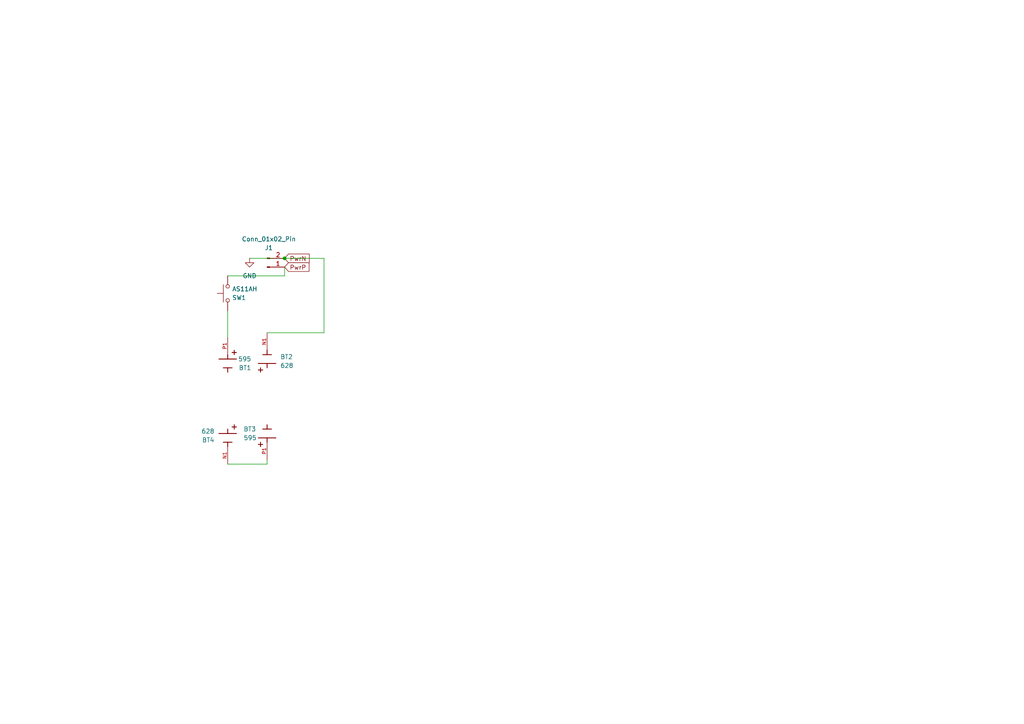
<source format=kicad_sch>
(kicad_sch
	(version 20231120)
	(generator "eeschema")
	(generator_version "8.0")
	(uuid "2200e195-bccb-4ae0-98b4-9bad8968c55c")
	(paper "A4")
	(lib_symbols
		(symbol "BatteryTerminals:595"
			(pin_names
				(offset 1.016)
			)
			(exclude_from_sim no)
			(in_bom yes)
			(on_board yes)
			(property "Reference" "BT"
				(at -3.81 3.81 0)
				(effects
					(font
						(size 1.27 1.27)
					)
					(justify left bottom)
				)
			)
			(property "Value" "595"
				(at -3.81 -5.08 0)
				(effects
					(font
						(size 1.27 1.27)
					)
					(justify left bottom)
				)
			)
			(property "Footprint" "BatteryTerminals:BAT_595"
				(at 0 0 0)
				(effects
					(font
						(size 1.27 1.27)
					)
					(justify bottom)
					(hide yes)
				)
			)
			(property "Datasheet" ""
				(at 0 0 0)
				(effects
					(font
						(size 1.27 1.27)
					)
					(hide yes)
				)
			)
			(property "Description" ""
				(at 0 0 0)
				(effects
					(font
						(size 1.27 1.27)
					)
					(hide yes)
				)
			)
			(property "PARTREV" "E"
				(at 0 0 0)
				(effects
					(font
						(size 1.27 1.27)
					)
					(justify bottom)
					(hide yes)
				)
			)
			(property "SNAPEDA_PN" "595"
				(at 0 0 0)
				(effects
					(font
						(size 1.27 1.27)
					)
					(justify bottom)
					(hide yes)
				)
			)
			(property "MANUFACTURER" "Keystone Electronics"
				(at 0 0 0)
				(effects
					(font
						(size 1.27 1.27)
					)
					(justify bottom)
					(hide yes)
				)
			)
			(property "MAXIMUM_PACKAGE_HEIGHT" "14.22mm"
				(at 0 0 0)
				(effects
					(font
						(size 1.27 1.27)
					)
					(justify bottom)
					(hide yes)
				)
			)
			(property "STANDARD" "Manufacturer Recommendations"
				(at 0 0 0)
				(effects
					(font
						(size 1.27 1.27)
					)
					(justify bottom)
					(hide yes)
				)
			)
			(symbol "595_0_0"
				(polyline
					(pts
						(xy -3.81 1.905) (xy -2.54 1.905)
					)
					(stroke
						(width 0.254)
						(type default)
					)
					(fill
						(type none)
					)
				)
				(polyline
					(pts
						(xy -3.175 2.54) (xy -3.175 1.27)
					)
					(stroke
						(width 0.254)
						(type default)
					)
					(fill
						(type none)
					)
				)
				(polyline
					(pts
						(xy -1.27 0) (xy -2.54 0)
					)
					(stroke
						(width 0.254)
						(type default)
					)
					(fill
						(type none)
					)
				)
				(polyline
					(pts
						(xy -1.27 0) (xy -1.27 -2.54)
					)
					(stroke
						(width 0.254)
						(type default)
					)
					(fill
						(type none)
					)
				)
				(polyline
					(pts
						(xy -1.27 2.54) (xy -1.27 0)
					)
					(stroke
						(width 0.254)
						(type default)
					)
					(fill
						(type none)
					)
				)
				(polyline
					(pts
						(xy 1.27 0) (xy 1.27 -1.27)
					)
					(stroke
						(width 0.254)
						(type default)
					)
					(fill
						(type none)
					)
				)
				(polyline
					(pts
						(xy 1.27 0) (xy 2.54 0)
					)
					(stroke
						(width 0.254)
						(type default)
					)
					(fill
						(type none)
					)
				)
				(polyline
					(pts
						(xy 1.27 1.27) (xy 1.27 0)
					)
					(stroke
						(width 0.254)
						(type default)
					)
					(fill
						(type none)
					)
				)
				(pin passive line
					(at -7.62 0 0)
					(length 5.08)
					(name "~"
						(effects
							(font
								(size 1.016 1.016)
							)
						)
					)
					(number "P1"
						(effects
							(font
								(size 1.016 1.016)
							)
						)
					)
				)
			)
		)
		(symbol "BatteryTerminals:628"
			(pin_names
				(offset 1.016)
			)
			(exclude_from_sim no)
			(in_bom yes)
			(on_board yes)
			(property "Reference" "BT"
				(at -3.81 3.81 0)
				(effects
					(font
						(size 1.27 1.27)
					)
					(justify left bottom)
				)
			)
			(property "Value" "628"
				(at -3.81 -5.08 0)
				(effects
					(font
						(size 1.27 1.27)
					)
					(justify left bottom)
				)
			)
			(property "Footprint" "BatteryTerminals:BAT_628"
				(at 0 0 0)
				(effects
					(font
						(size 1.27 1.27)
					)
					(justify bottom)
					(hide yes)
				)
			)
			(property "Datasheet" ""
				(at 0 0 0)
				(effects
					(font
						(size 1.27 1.27)
					)
					(hide yes)
				)
			)
			(property "Description" ""
				(at 0 0 0)
				(effects
					(font
						(size 1.27 1.27)
					)
					(hide yes)
				)
			)
			(property "PARTREV" "A"
				(at 0 0 0)
				(effects
					(font
						(size 1.27 1.27)
					)
					(justify bottom)
					(hide yes)
				)
			)
			(property "SNAPEDA_PN" "628"
				(at 0 0 0)
				(effects
					(font
						(size 1.27 1.27)
					)
					(justify bottom)
					(hide yes)
				)
			)
			(property "MANUFACTURER" "Keystone"
				(at 0 0 0)
				(effects
					(font
						(size 1.27 1.27)
					)
					(justify bottom)
					(hide yes)
				)
			)
			(property "MAXIMUM_PACKAGE_HEIGHT" "14.1mm"
				(at 0 0 0)
				(effects
					(font
						(size 1.27 1.27)
					)
					(justify bottom)
					(hide yes)
				)
			)
			(property "STANDARD" "Manufacturer Recommendations"
				(at 0 0 0)
				(effects
					(font
						(size 1.27 1.27)
					)
					(justify bottom)
					(hide yes)
				)
			)
			(symbol "628_0_0"
				(polyline
					(pts
						(xy -3.81 1.905) (xy -2.54 1.905)
					)
					(stroke
						(width 0.254)
						(type default)
					)
					(fill
						(type none)
					)
				)
				(polyline
					(pts
						(xy -3.175 2.54) (xy -3.175 1.27)
					)
					(stroke
						(width 0.254)
						(type default)
					)
					(fill
						(type none)
					)
				)
				(polyline
					(pts
						(xy -1.27 0) (xy -2.54 0)
					)
					(stroke
						(width 0.254)
						(type default)
					)
					(fill
						(type none)
					)
				)
				(polyline
					(pts
						(xy -1.27 0) (xy -1.27 -2.54)
					)
					(stroke
						(width 0.254)
						(type default)
					)
					(fill
						(type none)
					)
				)
				(polyline
					(pts
						(xy -1.27 2.54) (xy -1.27 0)
					)
					(stroke
						(width 0.254)
						(type default)
					)
					(fill
						(type none)
					)
				)
				(polyline
					(pts
						(xy 1.27 0) (xy 1.27 -1.27)
					)
					(stroke
						(width 0.254)
						(type default)
					)
					(fill
						(type none)
					)
				)
				(polyline
					(pts
						(xy 1.27 0) (xy 2.54 0)
					)
					(stroke
						(width 0.254)
						(type default)
					)
					(fill
						(type none)
					)
				)
				(polyline
					(pts
						(xy 1.27 1.27) (xy 1.27 0)
					)
					(stroke
						(width 0.254)
						(type default)
					)
					(fill
						(type none)
					)
				)
				(pin passive line
					(at 7.62 0 180)
					(length 5.08)
					(name "~"
						(effects
							(font
								(size 1.016 1.016)
							)
						)
					)
					(number "N1"
						(effects
							(font
								(size 1.016 1.016)
							)
						)
					)
				)
			)
		)
		(symbol "Connector:Conn_01x02_Pin"
			(pin_names
				(offset 1.016) hide)
			(exclude_from_sim no)
			(in_bom yes)
			(on_board yes)
			(property "Reference" "J"
				(at 0 2.54 0)
				(effects
					(font
						(size 1.27 1.27)
					)
				)
			)
			(property "Value" "Conn_01x02_Pin"
				(at 0 -5.08 0)
				(effects
					(font
						(size 1.27 1.27)
					)
				)
			)
			(property "Footprint" ""
				(at 0 0 0)
				(effects
					(font
						(size 1.27 1.27)
					)
					(hide yes)
				)
			)
			(property "Datasheet" "~"
				(at 0 0 0)
				(effects
					(font
						(size 1.27 1.27)
					)
					(hide yes)
				)
			)
			(property "Description" "Generic connector, single row, 01x02, script generated"
				(at 0 0 0)
				(effects
					(font
						(size 1.27 1.27)
					)
					(hide yes)
				)
			)
			(property "ki_locked" ""
				(at 0 0 0)
				(effects
					(font
						(size 1.27 1.27)
					)
				)
			)
			(property "ki_keywords" "connector"
				(at 0 0 0)
				(effects
					(font
						(size 1.27 1.27)
					)
					(hide yes)
				)
			)
			(property "ki_fp_filters" "Connector*:*_1x??_*"
				(at 0 0 0)
				(effects
					(font
						(size 1.27 1.27)
					)
					(hide yes)
				)
			)
			(symbol "Conn_01x02_Pin_1_1"
				(polyline
					(pts
						(xy 1.27 -2.54) (xy 0.8636 -2.54)
					)
					(stroke
						(width 0.1524)
						(type default)
					)
					(fill
						(type none)
					)
				)
				(polyline
					(pts
						(xy 1.27 0) (xy 0.8636 0)
					)
					(stroke
						(width 0.1524)
						(type default)
					)
					(fill
						(type none)
					)
				)
				(rectangle
					(start 0.8636 -2.413)
					(end 0 -2.667)
					(stroke
						(width 0.1524)
						(type default)
					)
					(fill
						(type outline)
					)
				)
				(rectangle
					(start 0.8636 0.127)
					(end 0 -0.127)
					(stroke
						(width 0.1524)
						(type default)
					)
					(fill
						(type outline)
					)
				)
				(pin passive line
					(at 5.08 0 180)
					(length 3.81)
					(name "Pin_1"
						(effects
							(font
								(size 1.27 1.27)
							)
						)
					)
					(number "1"
						(effects
							(font
								(size 1.27 1.27)
							)
						)
					)
				)
				(pin passive line
					(at 5.08 -2.54 180)
					(length 3.81)
					(name "Pin_2"
						(effects
							(font
								(size 1.27 1.27)
							)
						)
					)
					(number "2"
						(effects
							(font
								(size 1.27 1.27)
							)
						)
					)
				)
			)
		)
		(symbol "Switch:SW_Push"
			(pin_numbers hide)
			(pin_names
				(offset 1.016) hide)
			(exclude_from_sim no)
			(in_bom yes)
			(on_board yes)
			(property "Reference" "SW"
				(at 1.27 2.54 0)
				(effects
					(font
						(size 1.27 1.27)
					)
					(justify left)
				)
			)
			(property "Value" "SW_Push"
				(at 0 -1.524 0)
				(effects
					(font
						(size 1.27 1.27)
					)
				)
			)
			(property "Footprint" ""
				(at 0 5.08 0)
				(effects
					(font
						(size 1.27 1.27)
					)
					(hide yes)
				)
			)
			(property "Datasheet" "~"
				(at 0 5.08 0)
				(effects
					(font
						(size 1.27 1.27)
					)
					(hide yes)
				)
			)
			(property "Description" "Push button switch, generic, two pins"
				(at 0 0 0)
				(effects
					(font
						(size 1.27 1.27)
					)
					(hide yes)
				)
			)
			(property "ki_keywords" "switch normally-open pushbutton push-button"
				(at 0 0 0)
				(effects
					(font
						(size 1.27 1.27)
					)
					(hide yes)
				)
			)
			(symbol "SW_Push_0_1"
				(circle
					(center -2.032 0)
					(radius 0.508)
					(stroke
						(width 0)
						(type default)
					)
					(fill
						(type none)
					)
				)
				(polyline
					(pts
						(xy 0 1.27) (xy 0 3.048)
					)
					(stroke
						(width 0)
						(type default)
					)
					(fill
						(type none)
					)
				)
				(polyline
					(pts
						(xy 2.54 1.27) (xy -2.54 1.27)
					)
					(stroke
						(width 0)
						(type default)
					)
					(fill
						(type none)
					)
				)
				(circle
					(center 2.032 0)
					(radius 0.508)
					(stroke
						(width 0)
						(type default)
					)
					(fill
						(type none)
					)
				)
				(pin passive line
					(at -5.08 0 0)
					(length 2.54)
					(name "1"
						(effects
							(font
								(size 1.27 1.27)
							)
						)
					)
					(number "1"
						(effects
							(font
								(size 1.27 1.27)
							)
						)
					)
				)
				(pin passive line
					(at 5.08 0 180)
					(length 2.54)
					(name "2"
						(effects
							(font
								(size 1.27 1.27)
							)
						)
					)
					(number "2"
						(effects
							(font
								(size 1.27 1.27)
							)
						)
					)
				)
			)
		)
		(symbol "power:GND"
			(power)
			(pin_numbers hide)
			(pin_names
				(offset 0) hide)
			(exclude_from_sim no)
			(in_bom yes)
			(on_board yes)
			(property "Reference" "#PWR"
				(at 0 -6.35 0)
				(effects
					(font
						(size 1.27 1.27)
					)
					(hide yes)
				)
			)
			(property "Value" "GND"
				(at 0 -3.81 0)
				(effects
					(font
						(size 1.27 1.27)
					)
				)
			)
			(property "Footprint" ""
				(at 0 0 0)
				(effects
					(font
						(size 1.27 1.27)
					)
					(hide yes)
				)
			)
			(property "Datasheet" ""
				(at 0 0 0)
				(effects
					(font
						(size 1.27 1.27)
					)
					(hide yes)
				)
			)
			(property "Description" "Power symbol creates a global label with name \"GND\" , ground"
				(at 0 0 0)
				(effects
					(font
						(size 1.27 1.27)
					)
					(hide yes)
				)
			)
			(property "ki_keywords" "global power"
				(at 0 0 0)
				(effects
					(font
						(size 1.27 1.27)
					)
					(hide yes)
				)
			)
			(symbol "GND_0_1"
				(polyline
					(pts
						(xy 0 0) (xy 0 -1.27) (xy 1.27 -1.27) (xy 0 -2.54) (xy -1.27 -1.27) (xy 0 -1.27)
					)
					(stroke
						(width 0)
						(type default)
					)
					(fill
						(type none)
					)
				)
			)
			(symbol "GND_1_1"
				(pin power_in line
					(at 0 0 270)
					(length 0)
					(name "~"
						(effects
							(font
								(size 1.27 1.27)
							)
						)
					)
					(number "1"
						(effects
							(font
								(size 1.27 1.27)
							)
						)
					)
				)
			)
		)
	)
	(junction
		(at 82.55 74.93)
		(diameter 0)
		(color 0 0 0 0)
		(uuid "5012164b-0a9d-4db6-911d-232448a41332")
	)
	(wire
		(pts
			(xy 66.04 80.01) (xy 82.55 80.01)
		)
		(stroke
			(width 0)
			(type default)
		)
		(uuid "0c2fd09e-1342-47c9-8fc9-53e8734e69b1")
	)
	(wire
		(pts
			(xy 66.04 90.17) (xy 66.04 97.79)
		)
		(stroke
			(width 0)
			(type default)
		)
		(uuid "1950126a-8bc2-43aa-bf49-c615e1e4485b")
	)
	(wire
		(pts
			(xy 82.55 74.93) (xy 93.98 74.93)
		)
		(stroke
			(width 0)
			(type default)
		)
		(uuid "75fd3e3b-cc91-4436-92a7-37b646606660")
	)
	(wire
		(pts
			(xy 93.98 74.93) (xy 93.98 96.52)
		)
		(stroke
			(width 0)
			(type default)
		)
		(uuid "796cbc14-ce8c-4425-92ee-eeb8229415d4")
	)
	(wire
		(pts
			(xy 93.98 96.52) (xy 77.47 96.52)
		)
		(stroke
			(width 0)
			(type default)
		)
		(uuid "987d603e-6e18-4059-b358-0eb1f6a4ddae")
	)
	(wire
		(pts
			(xy 77.47 134.62) (xy 77.47 133.35)
		)
		(stroke
			(width 0)
			(type default)
		)
		(uuid "aa89fb9f-c56b-4bfa-8944-b1a9cf5a4790")
	)
	(wire
		(pts
			(xy 66.04 134.62) (xy 77.47 134.62)
		)
		(stroke
			(width 0)
			(type default)
		)
		(uuid "d3cb8857-92f0-4e46-8809-367ad6f495c7")
	)
	(wire
		(pts
			(xy 72.39 74.93) (xy 82.55 74.93)
		)
		(stroke
			(width 0)
			(type default)
		)
		(uuid "dc7f3c31-28bd-48dc-b2ef-e46cb930788e")
	)
	(wire
		(pts
			(xy 82.55 80.01) (xy 82.55 77.47)
		)
		(stroke
			(width 0)
			(type default)
		)
		(uuid "e6e76e8a-f349-4db5-9c99-e2ca5db4e3ef")
	)
	(global_label "PwrP"
		(shape input)
		(at 82.55 77.47 0)
		(fields_autoplaced yes)
		(effects
			(font
				(size 1.27 1.27)
			)
			(justify left)
		)
		(uuid "896631bf-6d14-413b-beea-b5fb20e11bd2")
		(property "Intersheetrefs" "${INTERSHEET_REFS}"
			(at 90.1919 77.47 0)
			(effects
				(font
					(size 1.27 1.27)
				)
				(justify left)
				(hide yes)
			)
		)
	)
	(global_label "PwrN"
		(shape input)
		(at 82.55 74.93 0)
		(fields_autoplaced yes)
		(effects
			(font
				(size 1.27 1.27)
			)
			(justify left)
		)
		(uuid "c368f44c-1411-46ac-ba14-3935d03145c4")
		(property "Intersheetrefs" "${INTERSHEET_REFS}"
			(at 90.2524 74.93 0)
			(effects
				(font
					(size 1.27 1.27)
				)
				(justify left)
				(hide yes)
			)
		)
	)
	(symbol
		(lib_id "BatteryTerminals:595")
		(at 66.04 105.41 270)
		(unit 1)
		(exclude_from_sim no)
		(in_bom yes)
		(on_board yes)
		(dnp no)
		(uuid "0b9f3327-31c4-472d-b5c1-235e13dec5ec")
		(property "Reference" "BT1"
			(at 72.898 106.68 90)
			(effects
				(font
					(size 1.27 1.27)
				)
				(justify right)
			)
		)
		(property "Value" "595"
			(at 72.898 104.14 90)
			(effects
				(font
					(size 1.27 1.27)
				)
				(justify right)
			)
		)
		(property "Footprint" "BatteryTerminals:BAT_595"
			(at 66.04 105.41 0)
			(effects
				(font
					(size 1.27 1.27)
				)
				(justify bottom)
				(hide yes)
			)
		)
		(property "Datasheet" ""
			(at 66.04 105.41 0)
			(effects
				(font
					(size 1.27 1.27)
				)
				(hide yes)
			)
		)
		(property "Description" ""
			(at 66.04 105.41 0)
			(effects
				(font
					(size 1.27 1.27)
				)
				(hide yes)
			)
		)
		(property "PARTREV" "E"
			(at 66.04 105.41 0)
			(effects
				(font
					(size 1.27 1.27)
				)
				(justify bottom)
				(hide yes)
			)
		)
		(property "SNAPEDA_PN" "595"
			(at 66.04 105.41 0)
			(effects
				(font
					(size 1.27 1.27)
				)
				(justify bottom)
				(hide yes)
			)
		)
		(property "MANUFACTURER" "Keystone Electronics"
			(at 66.04 105.41 0)
			(effects
				(font
					(size 1.27 1.27)
				)
				(justify bottom)
				(hide yes)
			)
		)
		(property "MAXIMUM_PACKAGE_HEIGHT" "14.22mm"
			(at 66.04 105.41 0)
			(effects
				(font
					(size 1.27 1.27)
				)
				(justify bottom)
				(hide yes)
			)
		)
		(property "STANDARD" "Manufacturer Recommendations"
			(at 66.04 105.41 0)
			(effects
				(font
					(size 1.27 1.27)
				)
				(justify bottom)
				(hide yes)
			)
		)
		(pin "P1"
			(uuid "178ec5d8-852d-4592-9170-7d944bda3ca9")
		)
		(instances
			(project ""
				(path "/2200e195-bccb-4ae0-98b4-9bad8968c55c"
					(reference "BT1")
					(unit 1)
				)
			)
		)
	)
	(symbol
		(lib_id "Switch:SW_Push")
		(at 66.04 85.09 90)
		(mirror x)
		(unit 1)
		(exclude_from_sim no)
		(in_bom yes)
		(on_board yes)
		(dnp no)
		(uuid "0fbb9151-8a94-4b47-8c05-f3e2b3ac4cf8")
		(property "Reference" "SW1"
			(at 67.31 86.3601 90)
			(effects
				(font
					(size 1.27 1.27)
				)
				(justify right)
			)
		)
		(property "Value" "AS11AH"
			(at 67.31 83.8201 90)
			(effects
				(font
					(size 1.27 1.27)
				)
				(justify right)
			)
		)
		(property "Footprint" "BatteryTerminals:AS11AH"
			(at 60.96 85.09 0)
			(effects
				(font
					(size 1.27 1.27)
				)
				(hide yes)
			)
		)
		(property "Datasheet" "~"
			(at 60.96 85.09 0)
			(effects
				(font
					(size 1.27 1.27)
				)
				(hide yes)
			)
		)
		(property "Description" "Push button switch, generic, two pins"
			(at 66.04 85.09 0)
			(effects
				(font
					(size 1.27 1.27)
				)
				(hide yes)
			)
		)
		(pin "2"
			(uuid "b6986a3e-45b8-4d72-83cc-de409f0f1d6b")
		)
		(pin "1"
			(uuid "50e5a25e-4b4e-4b68-b1a3-1c168a184a33")
		)
		(instances
			(project ""
				(path "/2200e195-bccb-4ae0-98b4-9bad8968c55c"
					(reference "SW1")
					(unit 1)
				)
			)
		)
	)
	(symbol
		(lib_id "power:GND")
		(at 72.39 74.93 0)
		(unit 1)
		(exclude_from_sim no)
		(in_bom yes)
		(on_board yes)
		(dnp no)
		(fields_autoplaced yes)
		(uuid "1146a142-7c45-4f79-8cb3-32ed05795fe3")
		(property "Reference" "#PWR01"
			(at 72.39 81.28 0)
			(effects
				(font
					(size 1.27 1.27)
				)
				(hide yes)
			)
		)
		(property "Value" "GND"
			(at 72.39 80.01 0)
			(effects
				(font
					(size 1.27 1.27)
				)
			)
		)
		(property "Footprint" ""
			(at 72.39 74.93 0)
			(effects
				(font
					(size 1.27 1.27)
				)
				(hide yes)
			)
		)
		(property "Datasheet" ""
			(at 72.39 74.93 0)
			(effects
				(font
					(size 1.27 1.27)
				)
				(hide yes)
			)
		)
		(property "Description" "Power symbol creates a global label with name \"GND\" , ground"
			(at 72.39 74.93 0)
			(effects
				(font
					(size 1.27 1.27)
				)
				(hide yes)
			)
		)
		(pin "1"
			(uuid "e9c0e707-74e4-4041-8c4f-d4872561c68b")
		)
		(instances
			(project ""
				(path "/2200e195-bccb-4ae0-98b4-9bad8968c55c"
					(reference "#PWR01")
					(unit 1)
				)
			)
		)
	)
	(symbol
		(lib_id "Connector:Conn_01x02_Pin")
		(at 77.47 77.47 0)
		(mirror x)
		(unit 1)
		(exclude_from_sim no)
		(in_bom yes)
		(on_board yes)
		(dnp no)
		(uuid "1f4fd588-70bb-4c90-963c-20d93a0458ca")
		(property "Reference" "J1"
			(at 77.978 71.882 0)
			(effects
				(font
					(size 1.27 1.27)
				)
			)
		)
		(property "Value" "Conn_01x02_Pin"
			(at 77.978 69.342 0)
			(effects
				(font
					(size 1.27 1.27)
				)
			)
		)
		(property "Footprint" "BatteryTerminals:PinHeader_1x02_P2.54mm_Vertical-Inverted"
			(at 77.47 77.47 0)
			(effects
				(font
					(size 1.27 1.27)
				)
				(hide yes)
			)
		)
		(property "Datasheet" "~"
			(at 77.47 77.47 0)
			(effects
				(font
					(size 1.27 1.27)
				)
				(hide yes)
			)
		)
		(property "Description" "Generic connector, single row, 01x02, script generated"
			(at 77.47 77.47 0)
			(effects
				(font
					(size 1.27 1.27)
				)
				(hide yes)
			)
		)
		(pin "1"
			(uuid "4945c72b-6db4-40a1-9b4c-dd922fe841ec")
		)
		(pin "2"
			(uuid "ab8aae5b-77da-4c67-af63-619b72e0b830")
		)
		(instances
			(project "powerboard"
				(path "/2200e195-bccb-4ae0-98b4-9bad8968c55c"
					(reference "J1")
					(unit 1)
				)
			)
		)
	)
	(symbol
		(lib_id "BatteryTerminals:595")
		(at 77.47 125.73 90)
		(unit 1)
		(exclude_from_sim no)
		(in_bom yes)
		(on_board yes)
		(dnp no)
		(uuid "40eccd9b-45db-43e0-9a0c-618c57919386")
		(property "Reference" "BT3"
			(at 70.612 124.46 90)
			(effects
				(font
					(size 1.27 1.27)
				)
				(justify right)
			)
		)
		(property "Value" "595"
			(at 70.612 127 90)
			(effects
				(font
					(size 1.27 1.27)
				)
				(justify right)
			)
		)
		(property "Footprint" "BatteryTerminals:BAT_595_NoBatt"
			(at 77.47 125.73 0)
			(effects
				(font
					(size 1.27 1.27)
				)
				(justify bottom)
				(hide yes)
			)
		)
		(property "Datasheet" ""
			(at 77.47 125.73 0)
			(effects
				(font
					(size 1.27 1.27)
				)
				(hide yes)
			)
		)
		(property "Description" ""
			(at 77.47 125.73 0)
			(effects
				(font
					(size 1.27 1.27)
				)
				(hide yes)
			)
		)
		(property "PARTREV" "E"
			(at 77.47 125.73 0)
			(effects
				(font
					(size 1.27 1.27)
				)
				(justify bottom)
				(hide yes)
			)
		)
		(property "SNAPEDA_PN" "595"
			(at 77.47 125.73 0)
			(effects
				(font
					(size 1.27 1.27)
				)
				(justify bottom)
				(hide yes)
			)
		)
		(property "MANUFACTURER" "Keystone Electronics"
			(at 77.47 125.73 0)
			(effects
				(font
					(size 1.27 1.27)
				)
				(justify bottom)
				(hide yes)
			)
		)
		(property "MAXIMUM_PACKAGE_HEIGHT" "14.22mm"
			(at 77.47 125.73 0)
			(effects
				(font
					(size 1.27 1.27)
				)
				(justify bottom)
				(hide yes)
			)
		)
		(property "STANDARD" "Manufacturer Recommendations"
			(at 77.47 125.73 0)
			(effects
				(font
					(size 1.27 1.27)
				)
				(justify bottom)
				(hide yes)
			)
		)
		(pin "P1"
			(uuid "280c5c71-d750-4e9f-8881-eeb7de323d05")
		)
		(instances
			(project "powerboard"
				(path "/2200e195-bccb-4ae0-98b4-9bad8968c55c"
					(reference "BT3")
					(unit 1)
				)
			)
		)
	)
	(symbol
		(lib_id "BatteryTerminals:628")
		(at 77.47 104.14 90)
		(unit 1)
		(exclude_from_sim no)
		(in_bom yes)
		(on_board yes)
		(dnp no)
		(fields_autoplaced yes)
		(uuid "8f92a3b3-65c1-4435-8058-be318febe6f1")
		(property "Reference" "BT2"
			(at 81.28 103.5049 90)
			(effects
				(font
					(size 1.27 1.27)
				)
				(justify right)
			)
		)
		(property "Value" "628"
			(at 81.28 106.0449 90)
			(effects
				(font
					(size 1.27 1.27)
				)
				(justify right)
			)
		)
		(property "Footprint" "BatteryTerminals:BAT_628"
			(at 77.47 104.14 0)
			(effects
				(font
					(size 1.27 1.27)
				)
				(justify bottom)
				(hide yes)
			)
		)
		(property "Datasheet" ""
			(at 77.47 104.14 0)
			(effects
				(font
					(size 1.27 1.27)
				)
				(hide yes)
			)
		)
		(property "Description" ""
			(at 77.47 104.14 0)
			(effects
				(font
					(size 1.27 1.27)
				)
				(hide yes)
			)
		)
		(property "PARTREV" "A"
			(at 77.47 104.14 0)
			(effects
				(font
					(size 1.27 1.27)
				)
				(justify bottom)
				(hide yes)
			)
		)
		(property "SNAPEDA_PN" "628"
			(at 77.47 104.14 0)
			(effects
				(font
					(size 1.27 1.27)
				)
				(justify bottom)
				(hide yes)
			)
		)
		(property "MANUFACTURER" "Keystone"
			(at 77.47 104.14 0)
			(effects
				(font
					(size 1.27 1.27)
				)
				(justify bottom)
				(hide yes)
			)
		)
		(property "MAXIMUM_PACKAGE_HEIGHT" "14.1mm"
			(at 77.47 104.14 0)
			(effects
				(font
					(size 1.27 1.27)
				)
				(justify bottom)
				(hide yes)
			)
		)
		(property "STANDARD" "Manufacturer Recommendations"
			(at 77.47 104.14 0)
			(effects
				(font
					(size 1.27 1.27)
				)
				(justify bottom)
				(hide yes)
			)
		)
		(pin "N1"
			(uuid "b9ae9b8b-098e-4a0e-9a15-1a8adef9d329")
		)
		(instances
			(project ""
				(path "/2200e195-bccb-4ae0-98b4-9bad8968c55c"
					(reference "BT2")
					(unit 1)
				)
			)
		)
	)
	(symbol
		(lib_id "BatteryTerminals:628")
		(at 66.04 127 270)
		(unit 1)
		(exclude_from_sim no)
		(in_bom yes)
		(on_board yes)
		(dnp no)
		(fields_autoplaced yes)
		(uuid "e617a6af-ae21-4bfa-b826-69cacb43fe32")
		(property "Reference" "BT4"
			(at 62.23 127.6351 90)
			(effects
				(font
					(size 1.27 1.27)
				)
				(justify right)
			)
		)
		(property "Value" "628"
			(at 62.23 125.0951 90)
			(effects
				(font
					(size 1.27 1.27)
				)
				(justify right)
			)
		)
		(property "Footprint" "BatteryTerminals:BAT_628"
			(at 66.04 127 0)
			(effects
				(font
					(size 1.27 1.27)
				)
				(justify bottom)
				(hide yes)
			)
		)
		(property "Datasheet" ""
			(at 66.04 127 0)
			(effects
				(font
					(size 1.27 1.27)
				)
				(hide yes)
			)
		)
		(property "Description" ""
			(at 66.04 127 0)
			(effects
				(font
					(size 1.27 1.27)
				)
				(hide yes)
			)
		)
		(property "PARTREV" "A"
			(at 66.04 127 0)
			(effects
				(font
					(size 1.27 1.27)
				)
				(justify bottom)
				(hide yes)
			)
		)
		(property "SNAPEDA_PN" "628"
			(at 66.04 127 0)
			(effects
				(font
					(size 1.27 1.27)
				)
				(justify bottom)
				(hide yes)
			)
		)
		(property "MANUFACTURER" "Keystone"
			(at 66.04 127 0)
			(effects
				(font
					(size 1.27 1.27)
				)
				(justify bottom)
				(hide yes)
			)
		)
		(property "MAXIMUM_PACKAGE_HEIGHT" "14.1mm"
			(at 66.04 127 0)
			(effects
				(font
					(size 1.27 1.27)
				)
				(justify bottom)
				(hide yes)
			)
		)
		(property "STANDARD" "Manufacturer Recommendations"
			(at 66.04 127 0)
			(effects
				(font
					(size 1.27 1.27)
				)
				(justify bottom)
				(hide yes)
			)
		)
		(pin "N1"
			(uuid "d8d78746-2972-44d4-9895-f63d5dae4d3a")
		)
		(instances
			(project "powerboard"
				(path "/2200e195-bccb-4ae0-98b4-9bad8968c55c"
					(reference "BT4")
					(unit 1)
				)
			)
		)
	)
	(sheet_instances
		(path "/"
			(page "1")
		)
	)
)

</source>
